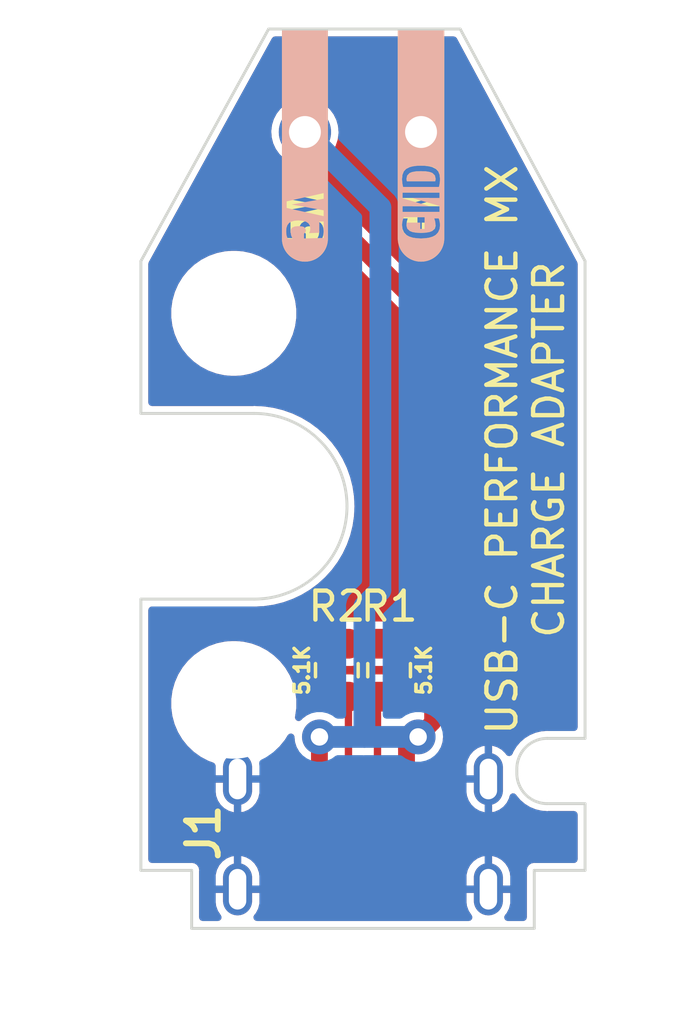
<source format=kicad_pcb>
(kicad_pcb (version 20211014) (generator pcbnew)
  (layers (0 "F.Cu" signal) (31 "B.Cu" signal) (34 "B.Paste" user) (35 "F.Paste" user) (36 "B.SilkS" user "B.Silkscreen") (37 "F.SilkS" user "F.Silkscreen") (38 "B.Mask" user) (39 "F.Mask" user) (44 "Edge.Cuts" user))
  (net 0 "")
  (net 1 "Net-(J1-PadA5)")
  (net 2 "+5V")
  (net 3 "GND")
  (net 4 "Net-(J1-PadB5)")
  (footprint "Resistor_SMD:R_0805_2012Metric" (layer "F.Cu") (at 99.1 96.3 90)
    (fp_text reference "R2" (at 2.2 0 180) (layer "F.SilkS"))
    (fp_text value "5.1K")
    (fp_line (start -0.227064 0.735) (end 0.227064 0.735) (layer "F.SilkS") (width 0.12))
    (fp_line (start -0.227064 -0.735) (end 0.227064 -0.735) (layer "F.SilkS") (width 0.12))
    (pad "1" smd roundrect (at -0.9125 0 90) (size 1.025 1.4) (layers "F.Cu" "F.Paste" "F.Mask") (roundrect_rratio 0.243902) (net 1 "Net-(J1-PadA5)"))
    (pad "2" smd roundrect (at 0.9125 0 90) (size 1.025 1.4) (layers "F.Cu" "F.Paste" "F.Mask") (roundrect_rratio 0.243902) (net 3 "GND"))
  )
  (footprint "Resistor_SMD:R_0805_2012Metric" (layer "F.Cu") (at 100.9 96.3 90)
    (fp_text reference "R1" (at 2.2 0 180) (layer "F.SilkS"))
    (fp_text value "5.1K")
    (fp_line (start -0.227064 0.735) (end 0.227064 0.735) (layer "F.SilkS") (width 0.12))
    (fp_line (start -0.227064 -0.735) (end 0.227064 -0.735) (layer "F.SilkS") (width 0.12))
    (pad "1" smd roundrect (at -0.9125 0 90) (size 1.025 1.4) (layers "F.Cu" "F.Paste" "F.Mask") (roundrect_rratio 0.243902) (net 4 "Net-(J1-PadB5)"))
    (pad "2" smd roundrect (at 0.9125 0 90) (size 1.025 1.4) (layers "F.Cu" "F.Paste" "F.Mask") (roundrect_rratio 0.243902) (net 3 "GND"))
  )
  (footprint "MountingHole:MountingHole_3.7mm" (layer "F.Cu") (at 95.55 84)
    (fp_text reference "REF**" hide)
    (fp_text value "MountingHole_3.7mm")
    (pad "" np_thru_hole circle (at 0 0) (size 3.8 3.8) (drill 3.8) (layers F&B.Cu *.Mask))
  )
  (footprint "Custom_Library:USB_C_Receptable_DENKE_Power_Only" (layer "F.Cu") (at 100 100)
    (fp_text reference "J1" (at -5.5 1.9 90 unlocked) (layer "F.SilkS") (effects (font (size 1.1 1.1) (thickness 0.2))))
    (fp_text value "USB_C_Receptacle_Power_Only")
    (pad "A5" smd roundrect (at -0.5 0) (size 0.7 1) (layers "F.Cu" "F.Paste" "F.Mask") (roundrect_rratio 0.1) (net 1 "Net-(J1-PadA5)"))
    (pad "A9" smd roundrect (at 1.5 0) (size 0.8 1) (layers "F.Cu" "F.Paste" "F.Mask") (roundrect_rratio 0.1) (net 2 "+5V"))
    (pad "A12" smd roundrect (at 2.7 0) (size 0.8 1) (layers "F.Cu" "F.Paste" "F.Mask") (roundrect_rratio 0.1) (net 3 "GND"))
    (pad "B5" smd roundrect (at 0.5 0) (size 0.7 1) (layers "F.Cu" "F.Paste" "F.Mask") (roundrect_rratio 0.1) (net 4 "Net-(J1-PadB5)"))
    (pad "B9" smd roundrect (at -1.5 0) (size 0.8 1) (layers "F.Cu" "F.Paste" "F.Mask") (roundrect_rratio 0.1) (net 2 "+5V"))
    (pad "B12" smd roundrect (at -2.7 0) (size 0.8 1) (layers "F.Cu" "F.Paste" "F.Mask") (roundrect_rratio 0.1) (net 3 "GND"))
    (pad "S1" thru_hole oval (at -4.32 3.85) (size 1 1.8) (drill oval 0.6 1.4) (layers *.Cu *.Mask) (net 3 "GND"))
    (pad "S1" thru_hole oval (at -4.32 0.05) (size 1 1.8) (drill oval 0.6 1.4) (layers *.Cu *.Mask) (net 3 "GND"))
    (pad "S1" thru_hole oval (at 4.32 3.85) (size 1 1.8) (drill oval 0.6 1.4) (layers *.Cu *.Mask) (net 3 "GND"))
    (pad "S1" thru_hole oval (at 4.32 0.05) (size 1 1.8) (drill oval 0.6 1.4) (layers *.Cu *.Mask) (net 3 "GND"))
  )
  (footprint "MountingHole:MountingHole_3.7mm" (layer "F.Cu") (at 95.55 97.45)
    (fp_text reference "REF**" hide)
    (fp_text value "MountingHole_3.8mm")
    (pad "" np_thru_hole circle (at 0 0) (size 3.8 3.8) (drill 3.8) (layers F&B.Cu *.Mask))
  )
  (footprint "kibuzzard-63334861" (layer "F.Cu") (at 102 78.2 90)
    (fp_text reference "kibuzzard-63334861" hide)
    (fp_text value "G***" hide)
    (fp_poly (pts (xy -1.169042 -0.50292) (xy -1.247623 -0.487204) (xy -1.247623 0.48895) (xy -1.169042 0.504666) (xy -1.047022 0.476726) (xy -0.963857 0.392906) (xy -0.928447 0.297639) (xy -0.907201 0.160849) (xy -0.900119 -0.017463) (xy -0.907298 -0.178894) (xy -0.928835 -0.304624) (xy -0.96473 -0.394653) (xy -1.048114 -0.475853) (xy -1.169042 -0.50292)) (layer "F.SilkS") (width 0) (fill solid))
    (fp_poly (pts (xy -3.219139 -0.800365) (xy -3.219285 -0.800365) (xy -3.297734 -0.796511) (xy -3.375428 -0.784986) (xy -3.451618 -0.765901) (xy -3.525571 -0.73944) (xy -3.596574 -0.705859) (xy -3.663943 -0.665479) (xy -3.727031 -0.61869) (xy -3.785228 -0.565943) (xy -3.837975 -0.507746) (xy -3.884763 -0.444659) (xy -3.925143 -0.377289) (xy -3.958725 -0.306286) (xy -3.985186 -0.232334) (xy -4.00427 -0.156143) (xy -4.015795 -0.078449) (xy -4.019649 0) (xy -4.015795 0.078449) (xy -4.00427 0.156143) (xy -3.985186 0.232334) (xy -3.958725 0.306286) (xy -3.925143 0.377289) (xy -3.884763 0.444659) (xy -3.837975 0.507746) (xy -3.785228 0.565943) (xy -3.727031 0.61869) (xy -3.663943 0.665479) (xy -3.596574 0.705859) (xy -3.525571 0.73944) (xy -3.451618 0.765901) (xy -3.375428 0.784986) (xy -3.297734 0.796511) (xy -3.219285 0.800365) (xy -3.219139 0.800365) (xy -2.782577 0.800365) (xy -2.782577 0.654844) (xy -2.884896 0.644475) (xy -2.973573 0.61337) (xy -3.048607 0.561529) (xy -3.109998 0.48895) (xy -3.157748 0.395635) (xy -3.191854 0.281583) (xy -3.212318 0.146794) (xy -3.219139 -0.008731) (xy -3.211772 -0.16513) (xy -3.189671 -0.299045) (xy -3.152836 -0.410478) (xy -3.101267 -0.499428) (xy -3.009589 -0.58577) (xy -2.891717 -0.637575) (xy -2.747652 -0.654844) (xy -2.636328 -0.645239) (xy -2.52937 -0.616426) (xy -2.52937 -0.459264) (xy -2.640694 -0.490696) (xy -2.747652 -0.501174) (xy -2.872072 -0.473452) (xy -2.958948 -0.390287) (xy -2.996783 -0.298609) (xy -3.019485 -0.171424) (xy -3.027052 -0.008731) (xy -3.019873 0.157745) (xy -2.998336 0.289295) (xy -2.96244 0.385921) (xy -2.883859 0.47498) (xy -2.777338 0.504666) (xy -2.672563 0.483711) (xy -2.672563 0.026194) (xy -2.89259 0.026194) (xy -2.89259 -0.122238) (xy -2.485714 -0.122238) (xy -2.485714 0.593725) (xy -2.579236 0.62768) (xy -2.67819 0.648053) (xy -2.782577 0.654844) (xy -2.782577 0.800365) (xy -2.302358 0.800365) (xy -2.302358 0.637381) (xy -2.302358 -0.637381) (xy -2.099793 -0.637381) (xy -1.827378 0.288131) (xy -1.822139 0.288131) (xy -1.822139 -0.637381) (xy -1.638783 -0.637381) (xy -1.638783 0.637381) (xy -1.834363 0.637381) (xy -2.106778 -0.288131) (xy -2.11027 -0.288131) (xy -2.11027 0.637381) (xy -2.302358 0.637381) (xy -2.302358 0.800365) (xy -1.169042 0.800365) (xy -1.169042 0.654844) (xy -1.311798 0.646112) (xy -1.443203 0.619919) (xy -1.443203 -0.619919) (xy -1.306559 -0.646113) (xy -1.169042 -0.654844) (xy -1.021289 -0.63903) (xy -0.904 -0.591591) (xy -0.817172 -0.512524) (xy -0.770187 -0.428213) (xy -0.736626 -0.317599) (xy -0.71649 -0.180682) (xy -0.709778 -0.017463) (xy -0.715502 0.14067) (xy -0.732673 0.275131) (xy -0.761292 0.385921) (xy -0.824376 0.512306) (xy -0.910597 0.594598) (xy -1.024103 0.639782) (xy -1.169042 0.654844) (xy -1.169042 0.800365) (xy -0.709778 0.800365) (xy 4.019649 0.800365) (xy 4.019649 -0.800365) (xy -0.709778 -0.800365) (xy -3.219139 -0.800365)) (layer "F.SilkS") (width 0) (fill solid))
  )
  (footprint "kibuzzard-63334844" (layer "F.Cu") (at 98 78.2 90)
    (fp_text reference "kibuzzard-63334844" hide)
    (fp_text value "G***" hide)
    (fp_poly (pts (xy -3.227579 -0.791633) (xy -3.227725 -0.791633) (xy -3.305318 -0.787821) (xy -3.382165 -0.776422) (xy -3.457524 -0.757546) (xy -3.53067 -0.731374) (xy -3.600898 -0.698158) (xy -3.667533 -0.658219) (xy -3.729932 -0.611941) (xy -3.787494 -0.559769) (xy -3.839666 -0.502207) (xy -3.885944 -0.439808) (xy -3.925883 -0.373173) (xy -3.959099 -0.302945) (xy -3.985271 -0.229799) (xy -4.004147 -0.15444) (xy -4.015546 -0.077594) (xy -4.019358 0) (xy -4.015546 0.077594) (xy -4.004147 0.15444) (xy -3.985271 0.229799) (xy -3.959099 0.302945) (xy -3.925883 0.373173) (xy -3.885944 0.439808) (xy -3.839666 0.502207) (xy -3.787494 0.559769) (xy -3.729932 0.611941) (xy -3.667533 0.658219) (xy -3.600898 0.698158) (xy -3.53067 0.731374) (xy -3.457524 0.757546) (xy -3.382165 0.776422) (xy -3.305318 0.787821) (xy -3.227725 0.791633) (xy -3.227579 0.791633) (xy -2.977866 0.791633) (xy -2.977866 0.646113) (xy -3.107525 0.633016) (xy -3.227579 0.593725) (xy -3.227579 0.427831) (xy -3.108398 0.477599) (xy -2.991836 0.494189) (xy -2.902777 0.479127) (xy -2.841658 0.433943) (xy -2.806297 0.351215) (xy -2.794509 0.22352) (xy -2.802804 0.102374) (xy -2.827688 0.021828) (xy -2.930717 -0.038418) (xy -2.997511 -0.020955) (xy -3.058193 0.031433) (xy -3.218848 0.031433) (xy -3.201386 -0.646113) (xy -2.633854 -0.646113) (xy -2.633854 -0.495935) (xy -3.023268 -0.495935) (xy -3.035492 -0.143193) (xy -3.031999 -0.143193) (xy -2.961276 -0.175935) (xy -2.878329 -0.186849) (xy -2.777745 -0.170434) (xy -2.699513 -0.12119) (xy -2.643633 -0.039116) (xy -2.610105 0.075787) (xy -2.598929 0.22352) (xy -2.609019 0.360504) (xy -2.639287 0.468771) (xy -2.689734 0.548323) (xy -2.762107 0.60265) (xy -2.85815 0.635247) (xy -2.977866 0.646113) (xy -2.977866 0.791633) (xy -1.940593 0.791633) (xy -1.940593 0.62865) (xy -2.167606 0.62865) (xy -2.450498 -0.646113) (xy -2.249679 -0.646113) (xy -2.050607 0.454025) (xy -2.048861 0.454025) (xy -1.849788 -0.646113) (xy -1.655954 -0.646113) (xy -1.940593 0.62865) (xy -1.940593 0.791633) (xy -1.655954 0.791633) (xy 4.019358 0.791633) (xy 4.019358 -0.791633) (xy -1.655954 -0.791633) (xy -3.227579 -0.791633)) (layer "F.SilkS") (width 0) (fill solid))
  )
  (footprint "kibuzzard-63334861" (layer "B.Cu") (at 102 78.2 90)
    (fp_text reference "kibuzzard-63334861" hide)
    (fp_text value "G***" hide)
    (fp_poly (pts (xy -1.169042 0.50292) (xy -1.247623 0.487204) (xy -1.247623 -0.48895) (xy -1.169042 -0.504666) (xy -1.047022 -0.476726) (xy -0.963857 -0.392906) (xy -0.928447 -0.297639) (xy -0.907201 -0.160849) (xy -0.900119 0.017463) (xy -0.907298 0.178894) (xy -0.928835 0.304624) (xy -0.96473 0.394653) (xy -1.048114 0.475853) (xy -1.169042 0.50292)) (layer "B.SilkS") (width 0) (fill solid))
    (fp_poly (pts (xy -3.219139 0.800365) (xy -3.219285 0.800365) (xy -3.297734 0.796511) (xy -3.375428 0.784986) (xy -3.451618 0.765901) (xy -3.525571 0.73944) (xy -3.596574 0.705859) (xy -3.663943 0.665479) (xy -3.727031 0.61869) (xy -3.785228 0.565943) (xy -3.837975 0.507746) (xy -3.884763 0.444659) (xy -3.925143 0.377289) (xy -3.958725 0.306286) (xy -3.985186 0.232334) (xy -4.00427 0.156143) (xy -4.015795 0.078449) (xy -4.019649 0) (xy -4.015795 -0.078449) (xy -4.00427 -0.156143) (xy -3.985186 -0.232334) (xy -3.958725 -0.306286) (xy -3.925143 -0.377289) (xy -3.884763 -0.444659) (xy -3.837975 -0.507746) (xy -3.785228 -0.565943) (xy -3.727031 -0.61869) (xy -3.663943 -0.665479) (xy -3.596574 -0.705859) (xy -3.525571 -0.73944) (xy -3.451618 -0.765901) (xy -3.375428 -0.784986) (xy -3.297734 -0.796511) (xy -3.219285 -0.800365) (xy -3.219139 -0.800365) (xy -2.782577 -0.800365) (xy -2.782577 -0.654844) (xy -2.884896 -0.644475) (xy -2.973573 -0.61337) (xy -3.048607 -0.561529) (xy -3.109998 -0.48895) (xy -3.157748 -0.395635) (xy -3.191854 -0.281583) (xy -3.212318 -0.146794) (xy -3.219139 0.008731) (xy -3.211772 0.16513) (xy -3.189671 0.299045) (xy -3.152836 0.410478) (xy -3.101267 0.499428) (xy -3.009589 0.58577) (xy -2.891717 0.637575) (xy -2.747652 0.654844) (xy -2.636328 0.645239) (xy -2.52937 0.616426) (xy -2.52937 0.459264) (xy -2.640694 0.490696) (xy -2.747652 0.501174) (xy -2.872072 0.473452) (xy -2.958948 0.390287) (xy -2.996783 0.298609) (xy -3.019485 0.171424) (xy -3.027052 0.008731) (xy -3.019873 -0.157745) (xy -2.998336 -0.289295) (xy -2.96244 -0.385921) (xy -2.883859 -0.47498) (xy -2.777338 -0.504666) (xy -2.672563 -0.483711) (xy -2.672563 -0.026194) (xy -2.89259 -0.026194) (xy -2.89259 0.122238) (xy -2.485714 0.122238) (xy -2.485714 -0.593725) (xy -2.579236 -0.62768) (xy -2.67819 -0.648053) (xy -2.782577 -0.654844) (xy -2.782577 -0.800365) (xy -2.302358 -0.800365) (xy -2.302358 -0.637381) (xy -2.302358 0.637381) (xy -2.099793 0.637381) (xy -1.827378 -0.288131) (xy -1.822139 -0.288131) (xy -1.822139 0.637381) (xy -1.638783 0.637381) (xy -1.638783 -0.637381) (xy -1.834363 -0.637381) (xy -2.106778 0.288131) (xy -2.11027 0.288131) (xy -2.11027 -0.637381) (xy -2.302358 -0.637381) (xy -2.302358 -0.800365) (xy -1.169042 -0.800365) (xy -1.169042 -0.654844) (xy -1.311798 -0.646112) (xy -1.443203 -0.619919) (xy -1.443203 0.619919) (xy -1.306559 0.646113) (xy -1.169042 0.654844) (xy -1.021289 0.63903) (xy -0.904 0.591591) (xy -0.817172 0.512524) (xy -0.770187 0.428213) (xy -0.736626 0.317599) (xy -0.71649 0.180682) (xy -0.709778 0.017463) (xy -0.715502 -0.14067) (xy -0.732673 -0.275131) (xy -0.761292 -0.385921) (xy -0.824376 -0.512306) (xy -0.910597 -0.594598) (xy -1.024103 -0.639782) (xy -1.169042 -0.654844) (xy -1.169042 -0.800365) (xy -0.709778 -0.800365) (xy 4.019649 -0.800365) (xy 4.019649 0.800365) (xy -0.709778 0.800365) (xy -3.219139 0.800365)) (layer "B.SilkS") (width 0) (fill solid))
  )
  (footprint "kibuzzard-63334844" (layer "B.Cu") (at 98 78.2 90)
    (fp_text reference "kibuzzard-63334844" hide)
    (fp_text value "G***" hide)
    (fp_poly (pts (xy -3.227579 0.791633) (xy -3.227725 0.791633) (xy -3.305318 0.787821) (xy -3.382165 0.776422) (xy -3.457524 0.757546) (xy -3.53067 0.731374) (xy -3.600898 0.698158) (xy -3.667533 0.658219) (xy -3.729932 0.611941) (xy -3.787494 0.559769) (xy -3.839666 0.502207) (xy -3.885944 0.439808) (xy -3.925883 0.373173) (xy -3.959099 0.302945) (xy -3.985271 0.229799) (xy -4.004147 0.15444) (xy -4.015546 0.077594) (xy -4.019358 0) (xy -4.015546 -0.077594) (xy -4.004147 -0.15444) (xy -3.985271 -0.229799) (xy -3.959099 -0.302945) (xy -3.925883 -0.373173) (xy -3.885944 -0.439808) (xy -3.839666 -0.502207) (xy -3.787494 -0.559769) (xy -3.729932 -0.611941) (xy -3.667533 -0.658219) (xy -3.600898 -0.698158) (xy -3.53067 -0.731374) (xy -3.457524 -0.757546) (xy -3.382165 -0.776422) (xy -3.305318 -0.787821) (xy -3.227725 -0.791633) (xy -3.227579 -0.791633) (xy -2.977866 -0.791633) (xy -2.977866 -0.646113) (xy -3.107525 -0.633016) (xy -3.227579 -0.593725) (xy -3.227579 -0.427831) (xy -3.108398 -0.477599) (xy -2.991836 -0.494189) (xy -2.902777 -0.479127) (xy -2.841658 -0.433943) (xy -2.806297 -0.351215) (xy -2.794509 -0.22352) (xy -2.802804 -0.102374) (xy -2.827688 -0.021828) (xy -2.930717 0.038418) (xy -2.997511 0.020955) (xy -3.058193 -0.031433) (xy -3.218848 -0.031433) (xy -3.201386 0.646113) (xy -2.633854 0.646113) (xy -2.633854 0.495935) (xy -3.023268 0.495935) (xy -3.035492 0.143193) (xy -3.031999 0.143193) (xy -2.961276 0.175935) (xy -2.878329 0.186849) (xy -2.777745 0.170434) (xy -2.699513 0.12119) (xy -2.643633 0.039116) (xy -2.610105 -0.075787) (xy -2.598929 -0.22352) (xy -2.609019 -0.360504) (xy -2.639287 -0.468771) (xy -2.689734 -0.548323) (xy -2.762107 -0.60265) (xy -2.85815 -0.635247) (xy -2.977866 -0.646113) (xy -2.977866 -0.791633) (xy -1.940593 -0.791633) (xy -1.940593 -0.62865) (xy -2.167606 -0.62865) (xy -2.450498 0.646113) (xy -2.249679 0.646113) (xy -2.050607 -0.454025) (xy -2.048861 -0.454025) (xy -1.849788 0.646113) (xy -1.655954 0.646113) (xy -1.940593 -0.62865) (xy -1.940593 -0.791633) (xy -1.655954 -0.791633) (xy 4.019358 -0.791633) (xy 4.019358 0.791633) (xy -1.655954 0.791633) (xy -3.227579 0.791633)) (layer "B.SilkS") (width 0) (fill solid))
  )
  (gr_arc (start 105.3 99.7) (mid 105.607538 98.957538) (end 106.35 98.65) (layer "Edge.Cuts") (width 0.1))
  (gr_line (start 96.25 93.85) (end 92.35 93.85) (layer "Edge.Cuts") (width 0.1))
  (gr_arc (start 96.25 87.45) (mid 98.512742 88.387258) (end 99.45 90.65) (layer "Edge.Cuts") (width 0.1))
  (gr_line (start 107.65 98.65) (end 107.65 82.2) (layer "Edge.Cuts") (width 0.1))
  (gr_line (start 106.35 98.65) (end 107.65 98.65) (layer "Edge.Cuts") (width 0.1))
  (gr_line (start 105.9 105.2) (end 105.9 103.2) (layer "Edge.Cuts") (width 0.1))
  (gr_line (start 92.35 82.2) (end 96.75 74.2) (layer "Edge.Cuts") (width 0.1))
  (gr_line (start 107.65 103.2) (end 107.65 100.9) (layer "Edge.Cuts") (width 0.1))
  (gr_line (start 103.35 74.2) (end 107.65 82.2) (layer "Edge.Cuts") (width 0.1))
  (gr_line (start 96.75 74.2) (end 103.35 74.2) (layer "Edge.Cuts") (width 0.1))
  (gr_line (start 105.9 105.2) (end 94.1 105.2) (layer "Edge.Cuts") (width 0.1))
  (gr_line (start 92.35 87.45) (end 92.35 82.2) (layer "Edge.Cuts") (width 0.1))
  (gr_arc (start 106.35 100.9) (mid 105.607538 100.592462) (end 105.3 99.85) (layer "Edge.Cuts") (width 0.1))
  (gr_line (start 96.25 87.45) (end 92.35 87.45) (layer "Edge.Cuts") (width 0.1))
  (gr_line (start 105.9 103.2) (end 107.65 103.2) (layer "Edge.Cuts") (width 0.1))
  (gr_line (start 107.65 100.9) (end 106.35 100.9) (layer "Edge.Cuts") (width 0.1))
  (gr_line (start 94.1 103.2) (end 92.35 103.2) (layer "Edge.Cuts") (width 0.1))
  (gr_arc (start 99.45 90.65) (mid 98.512742 92.912742) (end 96.25 93.85) (layer "Edge.Cuts") (width 0.1))
  (gr_line (start 92.35 103.2) (end 92.35 93.85) (layer "Edge.Cuts") (width 0.1))
  (gr_line (start 94.1 105.2) (end 94.1 103.2) (layer "Edge.Cuts") (width 0.1))
  (gr_line (start 105.3 99.85) (end 105.3 99.7) (layer "Edge.Cuts") (width 0.1))
  (gr_text "USB-C PERFORMANCE MX\nCHARGE ADAPTER" (at 105.6 88.7 90) (layer "F.SilkS") (effects (font (size 1 1))))
  (gr_text "5.1K" (at 102.1 96.3 90) (layer "F.SilkS") (effects (font (size 0.5 0.5) (thickness 0.125))))
  (gr_text "5.1K" (at 97.9 96.3 90) (layer "F.SilkS") (effects (font (size 0.5 0.5) (thickness 0.125))))
  (segment (start 99.5 97.6125) (end 99.1 97.2125) (width 0.254) (layer "F.Cu") (net 1))
  (segment (start 99.5 100) (end 99.5 97.6125) (width 0.254) (layer "F.Cu") (net 1))
  (segment (start 101.075018 101.4) (end 101.5 100.975018) (width 0.58) (layer "F.Cu") (net 2))
  (segment (start 98.9 101.4) (end 101.075018 101.4) (width 0.58) (layer "F.Cu") (net 2))
  (segment (start 98.5 101) (end 98.9 101.4) (width 0.58) (layer "F.Cu") (net 2))
  (segment (start 101.5 100) (end 101.5 99) (width 0.58) (layer "F.Cu") (net 2))
  (segment (start 101.5 100.975018) (end 101.5 100) (width 0.58) (layer "F.Cu") (net 2))
  (segment (start 102.4 98.1) (end 102.4 84.2) (width 0.58) (layer "F.Cu") (net 2))
  (segment (start 98.5 100) (end 98.5 98.6) (width 0.58) (layer "F.Cu") (net 2))
  (segment (start 98.5 100) (end 98.5 101) (width 0.58) (layer "F.Cu") (net 2))
  (segment (start 102.4 84.2) (end 98 79.8) (width 0.58) (layer "F.Cu") (net 2))
  (segment (start 101.5 99) (end 101.9 98.6) (width 0.58) (layer "F.Cu") (net 2))
  (segment (start 98 79.8) (end 98 77.75) (width 0.58) (layer "F.Cu") (net 2))
  (segment (start 101.9 98.6) (end 102.4 98.1) (width 0.58) (layer "F.Cu") (net 2))
  (via (at 98 77.75) (size 1.8) (drill 1.1) (layers "F.Cu" "B.Cu") (net 2))
  (via (at 101.9 98.6) (size 1.2) (drill 0.6) (layers "F.Cu" "B.Cu") (net 2))
  (via (at 98.5 98.6) (size 1.2) (drill 0.6) (layers "F.Cu" "B.Cu") (net 2))
  (segment (start 100.6 80.35) (end 98 77.75) (width 0.75) (layer "B.Cu") (net 2))
  (segment (start 98.5 98.6) (end 100.05 98.6) (width 0.75) (layer "B.Cu") (net 2))
  (segment (start 100.6 93.55) (end 100.6 80.35) (width 0.75) (layer "B.Cu") (net 2))
  (segment (start 100.05 98.6) (end 101.9 98.6) (width 0.75) (layer "B.Cu") (net 2))
  (segment (start 100.05 94.1) (end 100.6 93.55) (width 0.75) (layer "B.Cu") (net 2))
  (segment (start 100.05 98.6) (end 100.05 94.1) (width 0.75) (layer "B.Cu") (net 2))
  (via (at 102 77.75) (size 1.8) (drill 1.1) (layers "F.Cu" "B.Cu") (net 3))
  (segment (start 100.5 100) (end 100.5 97.6125) (width 0.254) (layer "F.Cu") (net 4))
  (segment (start 100.5 97.6125) (end 100.9 97.2125) (width 0.254) (layer "F.Cu") (net 4))
  (zone (net 3) (net_name "GND") (layer "F.Cu") (connect_pads (clearance 0.254)) (min_thickness 0.254) (fill yes (thermal_gap 0.254) (thermal_bridge_width 0.254))
    (polygon (pts (xy 108.1 106.3) (xy 92 106.3) (xy 91.8 73.2) (xy 108.1 73.2)))
  )
  (zone (net 3) (net_name "GND") (layer "B.Cu") (connect_pads (clearance 0.254)) (min_thickness 0.254) (fill yes (thermal_gap 0.254) (thermal_bridge_width 0.254))
    (polygon (pts (xy 108.1 106.3) (xy 92 106.3) (xy 91.8 73.2) (xy 108.1 73.2)))
  )
)
</source>
